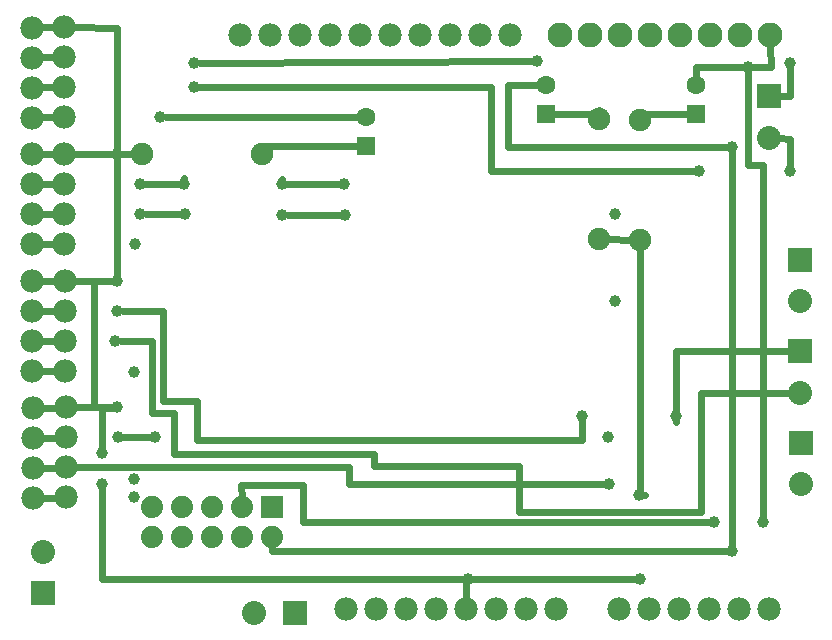
<source format=gtl>
G04 MADE WITH FRITZING*
G04 WWW.FRITZING.ORG*
G04 DOUBLE SIDED*
G04 HOLES PLATED*
G04 CONTOUR ON CENTER OF CONTOUR VECTOR*
%ASAXBY*%
%FSLAX23Y23*%
%MOIN*%
%OFA0B0*%
%SFA1.0B1.0*%
%ADD10C,0.039370*%
%ADD11C,0.078000*%
%ADD12C,0.074000*%
%ADD13C,0.080000*%
%ADD14C,0.062992*%
%ADD15C,0.075000*%
%ADD16C,0.083307*%
%ADD17R,0.074000X0.074000*%
%ADD18R,0.080000X0.080000*%
%ADD19R,0.062992X0.062992*%
%ADD20C,0.024000*%
%LNCOPPER1*%
G90*
G70*
G54D10*
X395Y534D03*
X2331Y390D03*
X2443Y1907D03*
X2582Y1921D03*
X596Y1921D03*
X2584Y1560D03*
X2279Y1562D03*
X595Y1840D03*
X1980Y517D03*
X1978Y674D03*
X468Y674D03*
X343Y674D03*
X289Y621D03*
X291Y519D03*
X399Y1318D03*
X395Y890D03*
X415Y1519D03*
X564Y1518D03*
X891Y1517D03*
X1095Y1519D03*
X2000Y1127D03*
X2000Y1418D03*
X1099Y1416D03*
X891Y1416D03*
X566Y1418D03*
X416Y1419D03*
X2204Y744D03*
X1890Y744D03*
X340Y1095D03*
X334Y995D03*
G54D11*
X2512Y100D03*
X2412Y100D03*
X2312Y100D03*
X2212Y100D03*
X2112Y100D03*
X2012Y100D03*
X1802Y101D03*
X1702Y101D03*
X1602Y101D03*
X1502Y101D03*
X1402Y101D03*
X1302Y101D03*
X1202Y101D03*
X1102Y101D03*
X1650Y2014D03*
X1550Y2014D03*
X1450Y2014D03*
X1350Y2014D03*
X1250Y2014D03*
X1150Y2014D03*
X1050Y2014D03*
X950Y2014D03*
X850Y2014D03*
X750Y2014D03*
G54D12*
X857Y341D03*
X757Y341D03*
X657Y341D03*
X557Y341D03*
X457Y341D03*
X857Y441D03*
X757Y441D03*
X657Y441D03*
X557Y441D03*
X457Y441D03*
G54D13*
X2619Y656D03*
X2619Y518D03*
G54D11*
X167Y1196D03*
X167Y1096D03*
X167Y996D03*
X167Y896D03*
X59Y772D03*
X59Y672D03*
X59Y572D03*
X59Y472D03*
X169Y774D03*
X169Y674D03*
X169Y574D03*
X169Y474D03*
X57Y1194D03*
X57Y1094D03*
X57Y994D03*
X57Y894D03*
X164Y1618D03*
X164Y1518D03*
X164Y1418D03*
X164Y1318D03*
X55Y1617D03*
X55Y1517D03*
X55Y1417D03*
X55Y1317D03*
X164Y2041D03*
X164Y1941D03*
X164Y1841D03*
X164Y1741D03*
X55Y2039D03*
X55Y1939D03*
X55Y1839D03*
X55Y1739D03*
G54D10*
X396Y474D03*
X339Y1196D03*
X339Y1618D03*
X339Y774D03*
G54D13*
X934Y89D03*
X796Y89D03*
X92Y154D03*
X92Y292D03*
X2514Y1810D03*
X2514Y1672D03*
X2616Y1265D03*
X2616Y1127D03*
X2616Y961D03*
X2616Y823D03*
G54D10*
X1509Y202D03*
G54D14*
X2270Y1750D03*
X2270Y1849D03*
X1770Y1750D03*
X1770Y1848D03*
G54D15*
X2082Y1330D03*
X2082Y1730D03*
X1947Y1335D03*
X1947Y1735D03*
G54D10*
X2082Y202D03*
X2390Y1642D03*
X2389Y294D03*
X2494Y390D03*
G54D16*
X2518Y2014D03*
X2418Y2014D03*
X2318Y2014D03*
X2218Y2014D03*
X2118Y2014D03*
X2018Y2014D03*
X1918Y2014D03*
X1818Y2014D03*
G54D14*
X1170Y1644D03*
X1170Y1742D03*
G54D15*
X424Y1618D03*
X824Y1618D03*
G54D10*
X484Y1740D03*
X2080Y480D03*
X1740Y1927D03*
G54D17*
X857Y441D03*
G54D18*
X2619Y656D03*
X934Y89D03*
X92Y154D03*
X2514Y1810D03*
X2616Y1265D03*
X2616Y961D03*
G54D19*
X2270Y1750D03*
X1770Y1750D03*
X1170Y1644D03*
G54D20*
X2312Y390D02*
X960Y390D01*
D02*
X960Y390D02*
X960Y514D01*
D02*
X960Y514D02*
X753Y514D01*
D02*
X753Y514D02*
X755Y472D01*
D02*
X857Y294D02*
X2370Y294D01*
D02*
X857Y310D02*
X857Y294D01*
D02*
X455Y995D02*
X353Y995D01*
D02*
X455Y756D02*
X455Y995D01*
D02*
X529Y756D02*
X455Y756D01*
D02*
X529Y617D02*
X529Y756D01*
D02*
X1197Y617D02*
X529Y617D01*
D02*
X1679Y579D02*
X1197Y579D01*
D02*
X1197Y579D02*
X1197Y617D01*
D02*
X2286Y425D02*
X1679Y425D01*
D02*
X1679Y425D02*
X1679Y579D01*
D02*
X2286Y823D02*
X2286Y425D01*
D02*
X291Y500D02*
X289Y202D01*
D02*
X289Y202D02*
X339Y202D01*
D02*
X289Y773D02*
X289Y640D01*
D02*
X1962Y517D02*
X1112Y518D01*
D02*
X1112Y518D02*
X1112Y574D01*
D02*
X1112Y574D02*
X199Y574D01*
D02*
X2585Y823D02*
X2286Y823D01*
D02*
X2270Y1907D02*
X2270Y1876D01*
D02*
X2424Y1907D02*
X2270Y1907D01*
D02*
X2494Y1583D02*
X2443Y1583D01*
D02*
X2443Y1583D02*
X2443Y1888D01*
D02*
X2461Y1907D02*
X2519Y1907D01*
D02*
X2519Y1907D02*
X2518Y1981D01*
D02*
X2494Y409D02*
X2494Y1583D01*
D02*
X339Y202D02*
X1490Y202D01*
D02*
X320Y773D02*
X289Y773D01*
D02*
X1890Y666D02*
X606Y666D01*
D02*
X1890Y725D02*
X1890Y666D01*
D02*
X492Y1095D02*
X359Y1095D01*
D02*
X492Y796D02*
X492Y1095D01*
D02*
X606Y796D02*
X492Y796D01*
D02*
X606Y666D02*
X606Y796D01*
D02*
X2204Y743D02*
X2204Y725D01*
D02*
X2204Y961D02*
X2204Y743D01*
D02*
X564Y1519D02*
X564Y1537D01*
D02*
X434Y1519D02*
X564Y1519D01*
D02*
X449Y674D02*
X361Y674D01*
D02*
X1588Y1840D02*
X614Y1840D01*
D02*
X1588Y1562D02*
X1588Y1840D01*
D02*
X2260Y1562D02*
X1588Y1562D01*
D02*
X2582Y1668D02*
X2583Y1579D01*
D02*
X2582Y1811D02*
X2582Y1902D01*
D02*
X2546Y1810D02*
X2582Y1811D01*
D02*
X2546Y1670D02*
X2582Y1668D01*
D02*
X2585Y961D02*
X2204Y961D01*
D02*
X435Y1419D02*
X547Y1418D01*
D02*
X910Y1416D02*
X1080Y1416D01*
D02*
X891Y1519D02*
X1076Y1519D01*
D02*
X891Y1536D02*
X891Y1519D01*
D02*
X137Y1095D02*
X87Y1095D01*
D02*
X137Y995D02*
X87Y995D01*
D02*
X137Y895D02*
X87Y895D01*
D02*
X139Y473D02*
X89Y473D01*
D02*
X139Y573D02*
X89Y573D01*
D02*
X139Y673D02*
X89Y673D01*
D02*
X139Y773D02*
X89Y773D01*
D02*
X134Y2041D02*
X85Y2040D01*
D02*
X134Y1941D02*
X85Y1940D01*
D02*
X134Y1841D02*
X85Y1840D01*
D02*
X134Y1741D02*
X85Y1740D01*
D02*
X134Y1618D02*
X85Y1617D01*
D02*
X134Y1518D02*
X85Y1517D01*
D02*
X134Y1418D02*
X85Y1417D01*
D02*
X134Y1318D02*
X85Y1317D01*
D02*
X137Y1195D02*
X87Y1195D01*
D02*
X1502Y202D02*
X1502Y131D01*
D02*
X1490Y202D02*
X1502Y202D01*
D02*
X339Y2038D02*
X339Y1637D01*
D02*
X194Y2040D02*
X339Y2038D01*
D02*
X320Y1618D02*
X194Y1618D01*
D02*
X339Y1215D02*
X339Y1599D01*
D02*
X320Y1196D02*
X264Y1196D01*
D02*
X264Y1196D02*
X264Y1157D01*
D02*
X264Y1157D02*
X264Y847D01*
D02*
X264Y847D02*
X264Y774D01*
D02*
X264Y774D02*
X320Y774D01*
D02*
X320Y774D02*
X199Y774D01*
D02*
X197Y1196D02*
X320Y1196D01*
D02*
X1947Y1750D02*
X1797Y1750D01*
D02*
X1947Y1764D02*
X1947Y1750D01*
D02*
X2082Y1750D02*
X2244Y1750D01*
D02*
X2082Y1758D02*
X2082Y1750D01*
D02*
X1975Y1334D02*
X2053Y1331D01*
D02*
X2063Y202D02*
X1528Y202D01*
D02*
X1643Y1640D02*
X1643Y1848D01*
D02*
X1643Y1848D02*
X1743Y1848D01*
D02*
X2371Y1642D02*
X1643Y1640D01*
D02*
X2389Y313D02*
X2390Y1624D01*
D02*
X824Y1646D02*
X824Y1644D01*
D02*
X824Y1644D02*
X1143Y1644D01*
D02*
X358Y1618D02*
X395Y1618D01*
D02*
X503Y1740D02*
X1143Y1742D01*
D02*
X2082Y480D02*
X2099Y480D01*
D02*
X2082Y1301D02*
X2082Y480D01*
D02*
X615Y1921D02*
X1721Y1927D01*
G04 End of Copper1*
M02*
</source>
